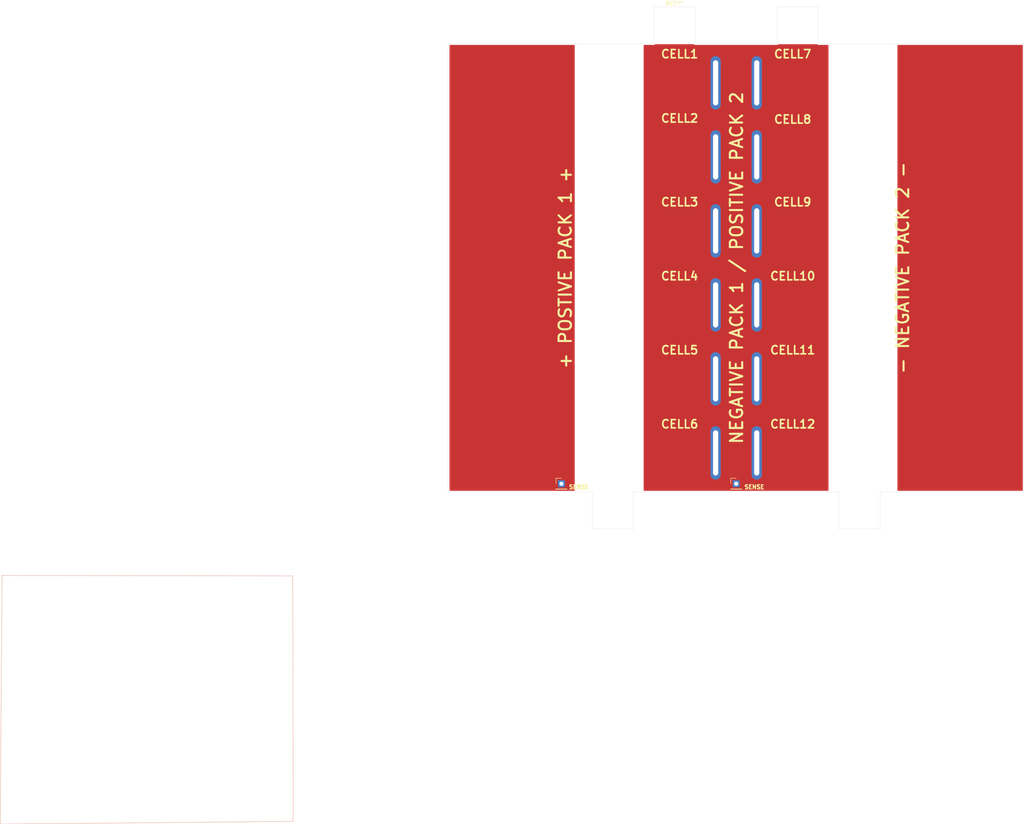
<source format=kicad_pcb>
(kicad_pcb (version 20171130) (host pcbnew "(5.1.2)-1")

  (general
    (thickness 1.6)
    (drawings 41)
    (tracks 0)
    (zones 0)
    (modules 10)
    (nets 4)
  )

  (page A4)
  (layers
    (0 F.Cu signal)
    (31 B.Cu signal)
    (32 B.Adhes user)
    (33 F.Adhes user)
    (34 B.Paste user)
    (35 F.Paste user)
    (36 B.SilkS user)
    (37 F.SilkS user)
    (38 B.Mask user)
    (39 F.Mask user)
    (40 Dwgs.User user)
    (41 Cmts.User user)
    (42 Eco1.User user)
    (43 Eco2.User user)
    (44 Edge.Cuts user)
    (45 Margin user)
    (46 B.CrtYd user)
    (47 F.CrtYd user)
    (48 B.Fab user)
    (49 F.Fab user)
  )

  (setup
    (last_trace_width 1)
    (user_trace_width 1)
    (trace_clearance 0.2)
    (zone_clearance 0.254)
    (zone_45_only no)
    (trace_min 0.2)
    (via_size 0.8)
    (via_drill 0.4)
    (via_min_size 0.4)
    (via_min_drill 0.3)
    (uvia_size 0.3)
    (uvia_drill 0.1)
    (uvias_allowed no)
    (uvia_min_size 0.2)
    (uvia_min_drill 0.1)
    (edge_width 0.05)
    (segment_width 0.2)
    (pcb_text_width 0.3)
    (pcb_text_size 1.5 1.5)
    (mod_edge_width 0.12)
    (mod_text_size 1 1)
    (mod_text_width 0.15)
    (pad_size 15 10)
    (pad_drill 0)
    (pad_to_mask_clearance 0.051)
    (solder_mask_min_width 0.25)
    (aux_axis_origin 0 0)
    (visible_elements 7FFFFFFF)
    (pcbplotparams
      (layerselection 0x010fc_ffffffff)
      (usegerberextensions false)
      (usegerberattributes false)
      (usegerberadvancedattributes false)
      (creategerberjobfile false)
      (excludeedgelayer true)
      (linewidth 0.100000)
      (plotframeref false)
      (viasonmask false)
      (mode 1)
      (useauxorigin false)
      (hpglpennumber 1)
      (hpglpenspeed 20)
      (hpglpendiameter 15.000000)
      (psnegative false)
      (psa4output false)
      (plotreference true)
      (plotvalue true)
      (plotinvisibletext false)
      (padsonsilk false)
      (subtractmaskfromsilk false)
      (outputformat 1)
      (mirror false)
      (drillshape 1)
      (scaleselection 1)
      (outputdirectory ""))
  )

  (net 0 "")
  (net 1 "Net-(J1-Pad1)")
  (net 2 "Net-(J3-Pad1)")
  (net 3 "Net-(J6-Pad1)")

  (net_class Default "This is the default net class."
    (clearance 0.2)
    (trace_width 0.25)
    (via_dia 0.8)
    (via_drill 0.4)
    (uvia_dia 0.3)
    (uvia_drill 0.1)
    (add_net "Net-(J1-Pad1)")
    (add_net "Net-(J3-Pad1)")
    (add_net "Net-(J6-Pad1)")
  )

  (module Kicad_Parts:6P_InternalCellTerminal (layer F.Cu) (tedit 5CFE510F) (tstamp 5CFB4864)
    (at 75 0)
    (path /5CFB4AF7)
    (fp_text reference J5 (at 0 98.044) (layer F.SilkS) hide
      (effects (font (size 1 1) (thickness 0.15)))
    )
    (fp_text value Pack2+ (at 0 -0.5) (layer F.Fab)
      (effects (font (size 1 1) (thickness 0.15)))
    )
    (pad 6 smd rect (at 8.75 90) (size 15 10) (layers F.Cu F.Paste F.Mask)
      (net 2 "Net-(J3-Pad1)"))
    (pad 5 smd rect (at 8.75 72) (size 15 10) (layers F.Cu F.Paste F.Mask)
      (net 2 "Net-(J3-Pad1)"))
    (pad 4 smd rect (at 8.75 54) (size 15 10) (layers F.Cu F.Paste F.Mask)
      (net 2 "Net-(J3-Pad1)"))
    (pad 3 smd rect (at 8.75 36) (size 15 10) (layers F.Cu F.Paste F.Mask)
      (net 2 "Net-(J3-Pad1)"))
    (pad 2 smd rect (at 8.75 18) (size 15 10) (layers F.Cu F.Paste F.Mask)
      (net 2 "Net-(J3-Pad1)"))
    (pad 1 smd rect (at 8.75 0) (size 15 10) (layers F.Cu F.Paste F.Mask)
      (net 2 "Net-(J3-Pad1)"))
    (pad 6 thru_hole oval (at 0 90) (size 2.5 13) (drill oval 1.25 11) (layers *.Cu *.Mask)
      (net 2 "Net-(J3-Pad1)"))
    (pad 5 thru_hole oval (at 0 72) (size 2.5 13) (drill oval 1.25 11) (layers *.Cu *.Mask)
      (net 2 "Net-(J3-Pad1)"))
    (pad 4 thru_hole oval (at 0 54) (size 2.5 13) (drill oval 1.25 11) (layers *.Cu *.Mask)
      (net 2 "Net-(J3-Pad1)"))
    (pad 3 thru_hole oval (at 0 36) (size 2.5 13) (drill oval 1.25 11) (layers *.Cu *.Mask)
      (net 2 "Net-(J3-Pad1)"))
    (pad 2 thru_hole oval (at 0 18) (size 2.5 13) (drill oval 1.25 11) (layers *.Cu *.Mask)
      (net 2 "Net-(J3-Pad1)"))
    (pad 1 thru_hole oval (at 0 0) (size 2.5 13) (drill oval 1.25 11) (layers *.Cu *.Mask)
      (net 2 "Net-(J3-Pad1)"))
  )

  (module Kicad_Parts:6P_InternalCellTerminal (layer F.Cu) (tedit 5CFDD502) (tstamp 5CFB4845)
    (at 65 90 180)
    (path /5CFB2E4D)
    (fp_text reference J3 (at 0 -8.044) (layer F.SilkS) hide
      (effects (font (size 1 1) (thickness 0.15)))
    )
    (fp_text value Pack1- (at -0.25 -9.25) (layer F.Fab)
      (effects (font (size 1 1) (thickness 0.15)))
    )
    (pad 6 smd rect (at 8.75 90 180) (size 15 10) (layers F.Cu F.Paste F.Mask)
      (net 2 "Net-(J3-Pad1)"))
    (pad 5 smd rect (at 8.75 72 180) (size 15 10) (layers F.Cu F.Paste F.Mask)
      (net 2 "Net-(J3-Pad1)"))
    (pad 4 smd rect (at 8.75 54 180) (size 15 10) (layers F.Cu F.Paste F.Mask)
      (net 2 "Net-(J3-Pad1)"))
    (pad 3 smd rect (at 8.75 36 180) (size 15 10) (layers F.Cu F.Paste F.Mask)
      (net 2 "Net-(J3-Pad1)"))
    (pad 2 smd rect (at 8.75 18 180) (size 15 10) (layers F.Cu F.Paste F.Mask)
      (net 2 "Net-(J3-Pad1)"))
    (pad 1 smd rect (at 8.75 0 180) (size 15 10) (layers F.Cu F.Paste F.Mask)
      (net 2 "Net-(J3-Pad1)"))
    (pad 6 thru_hole oval (at 0 90 180) (size 2.5 13) (drill oval 1.25 11) (layers *.Cu *.Mask)
      (net 2 "Net-(J3-Pad1)"))
    (pad 5 thru_hole oval (at 0 72 180) (size 2.5 13) (drill oval 1.25 11) (layers *.Cu *.Mask)
      (net 2 "Net-(J3-Pad1)"))
    (pad 4 thru_hole oval (at 0 54 180) (size 2.5 13) (drill oval 1.25 11) (layers *.Cu *.Mask)
      (net 2 "Net-(J3-Pad1)"))
    (pad 3 thru_hole oval (at 0 36 180) (size 2.5 13) (drill oval 1.25 11) (layers *.Cu *.Mask)
      (net 2 "Net-(J3-Pad1)"))
    (pad 2 thru_hole oval (at 0 18 180) (size 2.5 13) (drill oval 1.25 11) (layers *.Cu *.Mask)
      (net 2 "Net-(J3-Pad1)"))
    (pad 1 thru_hole oval (at 0 0 180) (size 2.5 13) (drill oval 1.25 11) (layers *.Cu *.Mask)
      (net 2 "Net-(J3-Pad1)"))
  )

  (module Mounting_Holes:MountingHole_4.3mm_M4 (layer F.Cu) (tedit 56D1B4CB) (tstamp 5CFE04DE)
    (at 100 104)
    (descr "Mounting Hole 4.3mm, no annular, M4")
    (tags "mounting hole 4.3mm no annular m4")
    (attr virtual)
    (fp_text reference REF** (at 0 -5.3) (layer F.SilkS) hide
      (effects (font (size 1 1) (thickness 0.15)))
    )
    (fp_text value MountingHole_4.3mm_M4 (at 0 5.3) (layer F.Fab)
      (effects (font (size 1 1) (thickness 0.15)))
    )
    (fp_circle (center 0 0) (end 4.55 0) (layer F.CrtYd) (width 0.05))
    (fp_circle (center 0 0) (end 4.3 0) (layer Cmts.User) (width 0.15))
    (fp_text user %R (at 0.3 0) (layer F.Fab)
      (effects (font (size 1 1) (thickness 0.15)))
    )
    (pad 1 np_thru_hole circle (at 0 0) (size 4.3 4.3) (drill 4.3) (layers *.Cu *.Mask))
  )

  (module Mounting_Holes:MountingHole_4.3mm_M4 (layer F.Cu) (tedit 56D1B4CB) (tstamp 5CFE04D0)
    (at 40 104)
    (descr "Mounting Hole 4.3mm, no annular, M4")
    (tags "mounting hole 4.3mm no annular m4")
    (attr virtual)
    (fp_text reference REF** (at 0 -5.3) (layer F.SilkS) hide
      (effects (font (size 1 1) (thickness 0.15)))
    )
    (fp_text value MountingHole_4.3mm_M4 (at 0 5.3) (layer F.Fab)
      (effects (font (size 1 1) (thickness 0.15)))
    )
    (fp_text user %R (at 0.3 0) (layer F.Fab)
      (effects (font (size 1 1) (thickness 0.15)))
    )
    (fp_circle (center 0 0) (end 4.3 0) (layer Cmts.User) (width 0.15))
    (fp_circle (center 0 0) (end 4.55 0) (layer F.CrtYd) (width 0.05))
    (pad 1 np_thru_hole circle (at 0 0) (size 4.3 4.3) (drill 4.3) (layers *.Cu *.Mask))
  )

  (module Mounting_Holes:MountingHole_4.3mm_M4 (layer F.Cu) (tedit 56D1B4CB) (tstamp 5CFE04C2)
    (at 55 -14)
    (descr "Mounting Hole 4.3mm, no annular, M4")
    (tags "mounting hole 4.3mm no annular m4")
    (attr virtual)
    (fp_text reference REF** (at 0 -5.3) (layer F.SilkS)
      (effects (font (size 1 1) (thickness 0.15)))
    )
    (fp_text value MountingHole_4.3mm_M4 (at 0 5.3) (layer F.Fab)
      (effects (font (size 1 1) (thickness 0.15)))
    )
    (fp_circle (center 0 0) (end 4.55 0) (layer F.CrtYd) (width 0.05))
    (fp_circle (center 0 0) (end 4.3 0) (layer Cmts.User) (width 0.15))
    (fp_text user %R (at 0.3 0) (layer F.Fab)
      (effects (font (size 1 1) (thickness 0.15)))
    )
    (pad 1 np_thru_hole circle (at 0 0) (size 4.3 4.3) (drill 4.3) (layers *.Cu *.Mask))
  )

  (module Mounting_Holes:MountingHole_4.3mm_M4 (layer F.Cu) (tedit 56D1B4CB) (tstamp 5CFE04B3)
    (at 85 -14)
    (descr "Mounting Hole 4.3mm, no annular, M4")
    (tags "mounting hole 4.3mm no annular m4")
    (attr virtual)
    (fp_text reference REF** (at 0 -5.3) (layer F.SilkS) hide
      (effects (font (size 1 1) (thickness 0.15)))
    )
    (fp_text value MountingHole_4.3mm_M4 (at 0 5.3) (layer F.Fab)
      (effects (font (size 1 1) (thickness 0.15)))
    )
    (fp_text user %R (at 0.3 0) (layer F.Fab)
      (effects (font (size 1 1) (thickness 0.15)))
    )
    (fp_circle (center 0 0) (end 4.3 0) (layer Cmts.User) (width 0.15))
    (fp_circle (center 0 0) (end 4.55 0) (layer F.CrtYd) (width 0.05))
    (pad 1 np_thru_hole circle (at 0 0) (size 4.3 4.3) (drill 4.3) (layers *.Cu *.Mask))
  )

  (module Kicad_Parts:6P_ExternalCellTerminal (layer F.Cu) (tedit 5CFB0F87) (tstamp 5CFB486E)
    (at 127 0)
    (path /5CFB6251)
    (fp_text reference J6 (at -13.462 98.298 90) (layer F.SilkS) hide
      (effects (font (size 1 1) (thickness 0.15)))
    )
    (fp_text value Pack2- (at 0 -11.43) (layer F.Fab)
      (effects (font (size 1 1) (thickness 0.15)))
    )
    (pad 6 smd rect (at 0 90) (size 25 18) (layers F.Cu F.Paste F.Mask)
      (net 3 "Net-(J6-Pad1)"))
    (pad 5 smd rect (at 0 72) (size 25 18) (layers F.Cu F.Paste F.Mask)
      (net 3 "Net-(J6-Pad1)"))
    (pad 4 smd rect (at 0 54) (size 25 18) (layers F.Cu F.Paste F.Mask)
      (net 3 "Net-(J6-Pad1)"))
    (pad 3 smd rect (at 0 36) (size 25 18) (layers F.Cu F.Paste F.Mask)
      (net 3 "Net-(J6-Pad1)"))
    (pad 2 smd rect (at 0 18) (size 25 18) (layers F.Cu F.Paste F.Mask)
      (net 3 "Net-(J6-Pad1)"))
    (pad 1 smd rect (at 0 0) (size 25 18) (layers F.Cu F.Paste F.Mask)
      (net 3 "Net-(J6-Pad1)"))
  )

  (module Connector_PinHeader_2.54mm:PinHeader_1x01_P2.54mm_Vertical (layer F.Cu) (tedit 59FED5CC) (tstamp 5CFB485A)
    (at 70 97.5)
    (descr "Through hole straight pin header, 1x01, 2.54mm pitch, single row")
    (tags "Through hole pin header THT 1x01 2.54mm single row")
    (path /5CFC1864)
    (fp_text reference J4 (at 0 -2.33) (layer F.SilkS) hide
      (effects (font (size 1 1) (thickness 0.15)))
    )
    (fp_text value Sense_Pack2 (at 0 2.33) (layer F.Fab)
      (effects (font (size 1 1) (thickness 0.15)))
    )
    (fp_text user %R (at 0 0 90) (layer F.Fab)
      (effects (font (size 1 1) (thickness 0.15)))
    )
    (fp_line (start 1.8 -1.8) (end -1.8 -1.8) (layer F.CrtYd) (width 0.05))
    (fp_line (start 1.8 1.8) (end 1.8 -1.8) (layer F.CrtYd) (width 0.05))
    (fp_line (start -1.8 1.8) (end 1.8 1.8) (layer F.CrtYd) (width 0.05))
    (fp_line (start -1.8 -1.8) (end -1.8 1.8) (layer F.CrtYd) (width 0.05))
    (fp_line (start -1.33 -1.33) (end 0 -1.33) (layer F.SilkS) (width 0.12))
    (fp_line (start -1.33 0) (end -1.33 -1.33) (layer F.SilkS) (width 0.12))
    (fp_line (start -1.33 1.27) (end 1.33 1.27) (layer F.SilkS) (width 0.12))
    (fp_line (start 1.33 1.27) (end 1.33 1.33) (layer F.SilkS) (width 0.12))
    (fp_line (start -1.33 1.27) (end -1.33 1.33) (layer F.SilkS) (width 0.12))
    (fp_line (start -1.33 1.33) (end 1.33 1.33) (layer F.SilkS) (width 0.12))
    (fp_line (start -1.27 -0.635) (end -0.635 -1.27) (layer F.Fab) (width 0.1))
    (fp_line (start -1.27 1.27) (end -1.27 -0.635) (layer F.Fab) (width 0.1))
    (fp_line (start 1.27 1.27) (end -1.27 1.27) (layer F.Fab) (width 0.1))
    (fp_line (start 1.27 -1.27) (end 1.27 1.27) (layer F.Fab) (width 0.1))
    (fp_line (start -0.635 -1.27) (end 1.27 -1.27) (layer F.Fab) (width 0.1))
    (pad 1 thru_hole rect (at 0 0) (size 1.7 1.7) (drill 1) (layers *.Cu *.Mask)
      (net 2 "Net-(J3-Pad1)"))
  )

  (module Connector_PinHeader_2.54mm:PinHeader_1x01_P2.54mm_Vertical (layer F.Cu) (tedit 59FED5CC) (tstamp 5CFB483B)
    (at 27.5 97.5)
    (descr "Through hole straight pin header, 1x01, 2.54mm pitch, single row")
    (tags "Through hole pin header THT 1x01 2.54mm single row")
    (path /5CFC0684)
    (fp_text reference J2 (at 0 -2.33) (layer F.SilkS) hide
      (effects (font (size 1 1) (thickness 0.15)))
    )
    (fp_text value Sense_Pack1 (at 0 2.33) (layer F.Fab)
      (effects (font (size 1 1) (thickness 0.15)))
    )
    (fp_text user %R (at 0 0 90) (layer F.Fab)
      (effects (font (size 1 1) (thickness 0.15)))
    )
    (fp_line (start 1.8 -1.8) (end -1.8 -1.8) (layer F.CrtYd) (width 0.05))
    (fp_line (start 1.8 1.8) (end 1.8 -1.8) (layer F.CrtYd) (width 0.05))
    (fp_line (start -1.8 1.8) (end 1.8 1.8) (layer F.CrtYd) (width 0.05))
    (fp_line (start -1.8 -1.8) (end -1.8 1.8) (layer F.CrtYd) (width 0.05))
    (fp_line (start -1.33 -1.33) (end 0 -1.33) (layer F.SilkS) (width 0.12))
    (fp_line (start -1.33 0) (end -1.33 -1.33) (layer F.SilkS) (width 0.12))
    (fp_line (start -1.33 1.27) (end 1.33 1.27) (layer F.SilkS) (width 0.12))
    (fp_line (start 1.33 1.27) (end 1.33 1.33) (layer F.SilkS) (width 0.12))
    (fp_line (start -1.33 1.27) (end -1.33 1.33) (layer F.SilkS) (width 0.12))
    (fp_line (start -1.33 1.33) (end 1.33 1.33) (layer F.SilkS) (width 0.12))
    (fp_line (start -1.27 -0.635) (end -0.635 -1.27) (layer F.Fab) (width 0.1))
    (fp_line (start -1.27 1.27) (end -1.27 -0.635) (layer F.Fab) (width 0.1))
    (fp_line (start 1.27 1.27) (end -1.27 1.27) (layer F.Fab) (width 0.1))
    (fp_line (start 1.27 -1.27) (end 1.27 1.27) (layer F.Fab) (width 0.1))
    (fp_line (start -0.635 -1.27) (end 1.27 -1.27) (layer F.Fab) (width 0.1))
    (pad 1 thru_hole rect (at 0 0) (size 1.7 1.7) (drill 1) (layers *.Cu *.Mask)
      (net 1 "Net-(J1-Pad1)"))
  )

  (module Kicad_Parts:6P_ExternalCellTerminal (layer F.Cu) (tedit 5CFB0F87) (tstamp 5CFB4826)
    (at 13 0)
    (path /5CFB0834)
    (fp_text reference J1 (at 13.416 98.298 90) (layer F.SilkS) hide
      (effects (font (size 1 1) (thickness 0.15)))
    )
    (fp_text value Pack1+ (at 0 -11.43) (layer F.Fab)
      (effects (font (size 1 1) (thickness 0.15)))
    )
    (pad 6 smd rect (at 0 90) (size 25 18) (layers F.Cu F.Paste F.Mask)
      (net 1 "Net-(J1-Pad1)"))
    (pad 5 smd rect (at 0 72) (size 25 18) (layers F.Cu F.Paste F.Mask)
      (net 1 "Net-(J1-Pad1)"))
    (pad 4 smd rect (at 0 54) (size 25 18) (layers F.Cu F.Paste F.Mask)
      (net 1 "Net-(J1-Pad1)"))
    (pad 3 smd rect (at 0 36) (size 25 18) (layers F.Cu F.Paste F.Mask)
      (net 1 "Net-(J1-Pad1)"))
    (pad 2 smd rect (at 0 18) (size 25 18) (layers F.Cu F.Paste F.Mask)
      (net 1 "Net-(J1-Pad1)"))
    (pad 1 smd rect (at 0 0) (size 25 18) (layers F.Cu F.Paste F.Mask)
      (net 1 "Net-(J1-Pad1)"))
  )

  (gr_text SENSE (at 74.422 98.298) (layer F.SilkS) (tstamp 5CFE138C)
    (effects (font (size 1 1) (thickness 0.25)))
  )
  (gr_text SENSE (at 31.75 98.298) (layer F.SilkS) (tstamp 5CFE138C)
    (effects (font (size 1 1) (thickness 0.25)))
  )
  (gr_text "CELL12\n" (at 83.75 83) (layer F.SilkS) (tstamp 5CFE138C)
    (effects (font (size 2 2) (thickness 0.4)))
  )
  (gr_text CELL11 (at 83.75 65) (layer F.SilkS) (tstamp 5CFE138C)
    (effects (font (size 2 2) (thickness 0.4)))
  )
  (gr_text "CELL10\n" (at 83.75 47) (layer F.SilkS) (tstamp 5CFE138C)
    (effects (font (size 2 2) (thickness 0.4)))
  )
  (gr_text "CELL9\n" (at 83.75 29) (layer F.SilkS) (tstamp 5CFE138C)
    (effects (font (size 2 2) (thickness 0.4)))
  )
  (gr_text CELL8 (at 83.75 8.89) (layer F.SilkS) (tstamp 5CFE138C)
    (effects (font (size 2 2) (thickness 0.4)))
  )
  (gr_text "CELL7\n" (at 83.75 -7) (layer F.SilkS) (tstamp 5CFE138C)
    (effects (font (size 2 2) (thickness 0.4)))
  )
  (gr_text "CELL6\n" (at 56.25 83) (layer F.SilkS) (tstamp 5CFE138C)
    (effects (font (size 2 2) (thickness 0.4)))
  )
  (gr_text CELL5 (at 56.25 65) (layer F.SilkS) (tstamp 5CFE138C)
    (effects (font (size 2 2) (thickness 0.4)))
  )
  (gr_text CELL4 (at 56.25 47) (layer F.SilkS) (tstamp 5CFE138C)
    (effects (font (size 2 2) (thickness 0.4)))
  )
  (gr_text CELL3 (at 56.25 29) (layer F.SilkS) (tstamp 5CFE138C)
    (effects (font (size 2 2) (thickness 0.4)))
  )
  (gr_text CELL1 (at 56.25 -7) (layer F.SilkS) (tstamp 5CFE1334)
    (effects (font (size 2 2) (thickness 0.4)))
  )
  (gr_text "CELL2\n" (at 56.25 8.636) (layer F.SilkS)
    (effects (font (size 2 2) (thickness 0.4)))
  )
  (gr_text "- NEGATIVE PACK 2 -" (at 110.49 45 90) (layer F.SilkS) (tstamp 5CFE1237)
    (effects (font (size 3 3) (thickness 0.5)))
  )
  (gr_text "NEGATIVE PACK 1 / POSITIVE PACK 2" (at 70.104 45 90) (layer F.SilkS)
    (effects (font (size 3 3) (thickness 0.5)))
  )
  (gr_text "+ POSTIVE PACK 1 +" (at 28.448 45 90) (layer F.SilkS)
    (effects (font (size 3 3) (thickness 0.5)))
  )
  (gr_line (start 140 99.5) (end 105 99.5) (layer Edge.Cuts) (width 0.05) (tstamp 5CFE05E5))
  (gr_line (start 35 108.5) (end 45 108.5) (layer Edge.Cuts) (width 0.05) (tstamp 5CFE05E4))
  (gr_line (start 105 108.5) (end 95 108.5) (layer Edge.Cuts) (width 0.05) (tstamp 5CFE05E3))
  (gr_line (start 45 99.5) (end 45 108.5) (layer Edge.Cuts) (width 0.05))
  (gr_line (start 105 99.5) (end 105 108.5) (layer Edge.Cuts) (width 0.05))
  (gr_line (start 0 99.5) (end 0 -9.5) (layer Edge.Cuts) (width 0.05))
  (gr_line (start 35 99.5) (end 0 99.5) (layer Edge.Cuts) (width 0.05))
  (gr_line (start 35 99.5) (end 35 108.5) (layer Edge.Cuts) (width 0.05))
  (gr_line (start 95 99.5) (end 45 99.5) (layer Edge.Cuts) (width 0.05))
  (gr_line (start 95 108.5) (end 95 99.5) (layer Edge.Cuts) (width 0.05))
  (gr_line (start 140 -9.5) (end 140 99.5) (layer Edge.Cuts) (width 0.05))
  (gr_line (start 90 -9.5) (end 140 -9.5) (layer Edge.Cuts) (width 0.05))
  (gr_line (start 90 -18.5) (end 90 -9.5) (layer Edge.Cuts) (width 0.05))
  (gr_line (start 80 -18.5) (end 90 -18.5) (layer Edge.Cuts) (width 0.05))
  (gr_line (start 80 -9.5) (end 80 -18.5) (layer Edge.Cuts) (width 0.05))
  (gr_line (start 60 -9.5) (end 80 -9.5) (layer Edge.Cuts) (width 0.05))
  (gr_line (start 60 -18.5) (end 60 -9.5) (layer Edge.Cuts) (width 0.05))
  (gr_line (start 60 -18.5) (end 50 -18.5) (layer Edge.Cuts) (width 0.05))
  (gr_line (start 50 -9.5) (end 50 -18.5) (layer Edge.Cuts) (width 0.05))
  (gr_line (start 0 -9.5) (end 50 -9.5) (layer Edge.Cuts) (width 0.05))
  (gr_line (start -108.983 180.2708) (end -108.533 119.7208) (layer B.SilkS) (width 0.12))
  (gr_line (start -37.733 179.6208) (end -108.983 180.2708) (layer B.SilkS) (width 0.12))
  (gr_line (start -37.833 119.9208) (end -37.733 179.6208) (layer B.SilkS) (width 0.12))
  (gr_line (start -108.633 119.8208) (end -37.833 119.9208) (layer B.SilkS) (width 0.12))

  (zone (net 2) (net_name "Net-(J3-Pad1)") (layer F.Cu) (tstamp 0) (hatch edge 0.508)
    (connect_pads yes (clearance 0.254))
    (min_thickness 0.254)
    (fill yes (arc_segments 32) (thermal_gap 0.508) (thermal_bridge_width 0.508))
    (polygon
      (pts
        (xy 92.456 -9.398) (xy 47.498 -9.398) (xy 47.498 99.314) (xy 92.456 99.314)
      )
    )
    (filled_polygon
      (pts
        (xy 59.711526 -9.211526) (xy 59.773347 -9.16079) (xy 59.843879 -9.12309) (xy 59.92041 -9.099875) (xy 59.980059 -9.094)
        (xy 59.98006 -9.094) (xy 60 -9.092036) (xy 60.019941 -9.094) (xy 79.980059 -9.094) (xy 80 -9.092036)
        (xy 80.01994 -9.094) (xy 80.019941 -9.094) (xy 80.07959 -9.099875) (xy 80.156121 -9.12309) (xy 80.226653 -9.16079)
        (xy 80.288474 -9.211526) (xy 80.337284 -9.271) (xy 89.662716 -9.271) (xy 89.711526 -9.211526) (xy 89.773347 -9.16079)
        (xy 89.843879 -9.12309) (xy 89.92041 -9.099875) (xy 89.980059 -9.094) (xy 89.98006 -9.094) (xy 90 -9.092036)
        (xy 90.019941 -9.094) (xy 92.329 -9.094) (xy 92.329 99.094) (xy 47.625 99.094) (xy 47.625 -9.094)
        (xy 49.980059 -9.094) (xy 50 -9.092036) (xy 50.01994 -9.094) (xy 50.019941 -9.094) (xy 50.07959 -9.099875)
        (xy 50.156121 -9.12309) (xy 50.226653 -9.16079) (xy 50.288474 -9.211526) (xy 50.337284 -9.271) (xy 59.662716 -9.271)
      )
    )
  )
  (zone (net 3) (net_name "Net-(J6-Pad1)") (layer F.Cu) (tstamp 0) (hatch edge 0.508)
    (connect_pads yes (clearance 0.254))
    (min_thickness 0.254)
    (fill yes (arc_segments 32) (thermal_gap 0.508) (thermal_bridge_width 0.508))
    (polygon
      (pts
        (xy 139.954 99.441) (xy 109.22 99.441) (xy 109.22 -9.525) (xy 139.954 -9.525)
      )
    )
    (filled_polygon
      (pts
        (xy 139.594001 99.094) (xy 109.347 99.094) (xy 109.347 -9.094) (xy 139.594 -9.094)
      )
    )
  )
  (zone (net 1) (net_name "Net-(J1-Pad1)") (layer F.Cu) (tstamp 5CFE573A) (hatch edge 0.508)
    (connect_pads yes (clearance 0.254))
    (min_thickness 0.254)
    (fill yes (arc_segments 32) (thermal_gap 0.508) (thermal_bridge_width 0.508))
    (polygon
      (pts
        (xy 30.734 99.48943) (xy 0 99.48943) (xy 0 -9.47657) (xy 30.734 -9.47657)
      )
    )
    (filled_polygon
      (pts
        (xy 30.607 99.094) (xy 0.406 99.094) (xy 0.406 -9.094) (xy 30.607 -9.094)
      )
    )
  )
)

</source>
